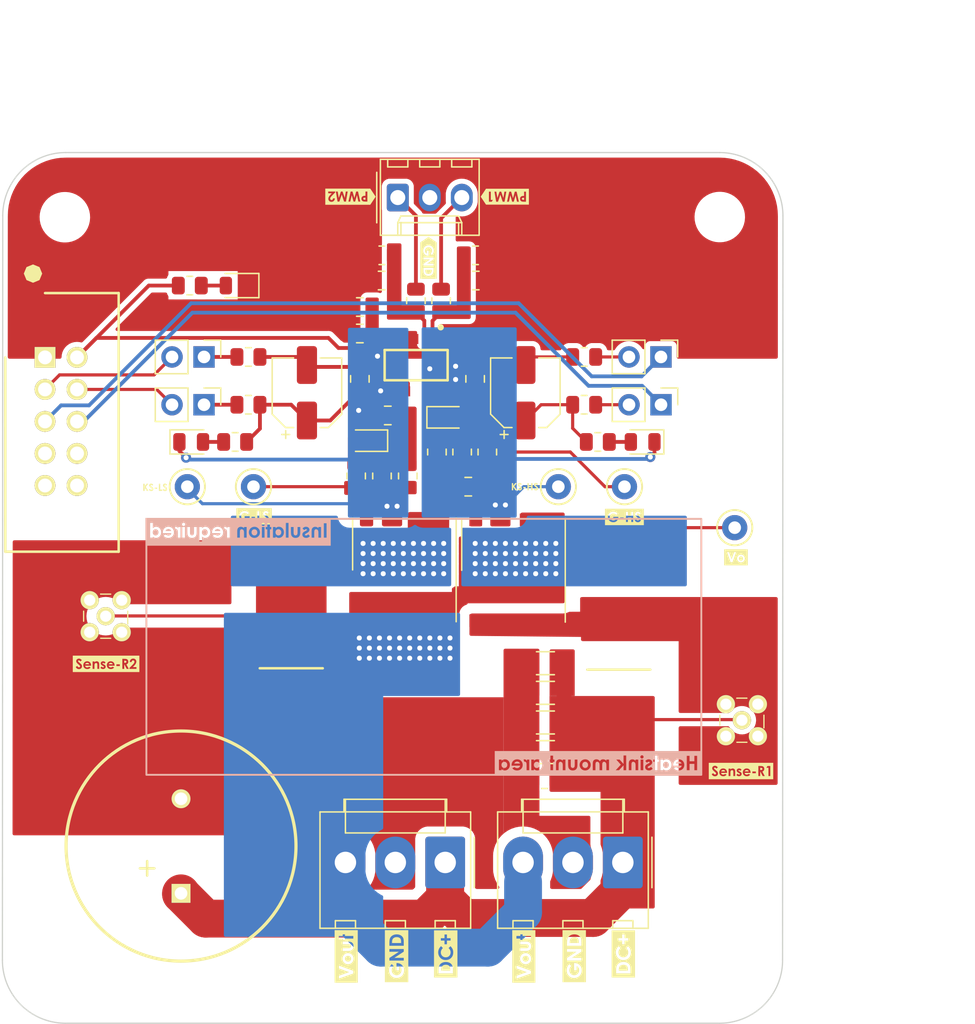
<source format=kicad_pcb>
(kicad_pcb (version 20211014) (generator pcbnew)
  (title_block (comment 4 "AISLER Project ID: ZPYPMIGU"))
  (layers (0 "F.Cu" mixed) (31 "B.Cu" mixed) (34 "B.Paste" user) (35 "F.Paste" user) (36 "B.SilkS" user "B.Silkscreen") (37 "F.SilkS" user "F.Silkscreen") (38 "B.Mask" user) (39 "F.Mask" user) (44 "Edge.Cuts" user))
  (net 0 "")
  (net 1 "GND")
  (net 2 "+3.3V")
  (net 3 "VCCA")
  (net 4 "VCCB")
  (net 5 "GND1")
  (net 6 "LED1")
  (net 7 "Net-(C5-Pad1)")
  (net 8 "Net-(C5-Pad2)")
  (net 9 "GND2")
  (net 10 "OUTA")
  (net 11 "GND3")
  (net 12 "Net-(D1-Pad2)")
  (net 13 "Net-(D2-Pad2)")
  (net 14 "Net-(D5-Pad2)")
  (net 15 "Net-(D6-Pad2)")
  (net 16 "Net-(D7-Pad2)")
  (net 17 "Net-(Q2-Pad8)")
  (net 18 "Net-(J2-Pad1)")
  (net 19 "Net-(J2-Pad3)")
  (net 20 "HVDC+")
  (net 21 "PWM1")
  (net 22 "PWM2")
  (net 23 "OUTB")
  (net 24 "gnd-1")
  (net 25 "LED2")
  (net 26 "gnd-2")
  (net 27 "Net-(C4-Pad2)")
  (net 28 "Net-(J1-Pad3)")
  (net 30 "Net-(J9-Pad2)")
  (net 31 "Net-(J10-Pad1)")
  (net 32 "Net-(FB1-Pad2)")
  (net 33 "Net-(FB2-Pad1)")
  (net 34 "Net-(FB3-Pad2)")
  (net 35 "Net-(FB4-Pad2)")
  (footprint "LED_SMD:LED_0805_2012Metric" (layer "F.Cu") (at 124.525 58.31 180)
    (fp_text reference "D5" hide)
    (fp_text value "LED")
  )
  (footprint "Connector_Molex:Molex_KK-254_AE-6410-03A_1x03_P2.54mm_Vertical" (layer "F.Cu") (at 137.235 51.33)
    (fp_text reference "J2" hide)
    (fp_text value "PWM")
  )
  (footprint "MountingHole:MountingHole_3.2mm_M3" (layer "F.Cu") (at 162.794466 52.874466)
    (fp_text reference "H3" hide)
    (fp_text value "MountingHole")
  )
  (footprint "kibuzzard-63FF1A06" (layer "F.Cu") (at 133.48 51.26 180)
    (fp_text reference "kibuzzard-63FF1A06" hide)
    (fp_text value "G***" hide)
  )
  (footprint "Resistor_SMD:R_0805_2012Metric" (layer "F.Cu") (at 143.405 55.91)
    (fp_text reference "R16" hide)
    (fp_text value "10k")
  )
  (footprint "Connector_PinHeader_2.54mm:PinHeader_1x02_P2.54mm_Vertical" (layer "F.Cu") (at 121.855 67.76 -90)
    (fp_text reference "J6" hide)
    (fp_text value "5V")
  )
  (footprint "EKXL451ELL101MM30S:CAPPRD750W80D1825H3200" (layer "F.Cu") (at 120.03 106.51 90)
    (fp_text reference "C10" hide)
    (fp_text value "100uF/450V" hide)
  )
  (footprint "Resistor_SMD:R_0805_2012Metric" (layer "F.Cu") (at 124.325 70.71)
    (fp_text reference "R12" hide)
    (fp_text value "4.7k")
  )
  (footprint "Capacitor_SMD:CP_Elec_5x5.3" (layer "F.Cu") (at 130.025 66.81 90)
    (fp_text reference "C16" hide)
    (fp_text value "10uF/35V")
  )
  (footprint "2EDF7275K:TFLGA65P500X500X106-14_13N-V" (layer "F.Cu") (at 138.6925 64.62 -90)
    (fp_text reference "IC1" hide)
    (fp_text value "2EDF7275KXUMA1")
  )
  (footprint "kibuzzard-63FF19FC" (layer "F.Cu") (at 145.73 51.26 180)
    (fp_text reference "kibuzzard-63FF19FC" hide)
    (fp_text value "G***" hide)
  )
  (footprint "Resistor_SMD:R_0805_2012Metric" (layer "F.Cu") (at 148.88 97.46 180)
    (fp_text reference "R8" hide)
    (fp_text value "500k")
  )
  (footprint "Capacitor_SMD:C_0805_2012Metric" (layer "F.Cu") (at 134.225 62.11)
    (fp_text reference "C1" hide)
    (fp_text value "100nF")
  )
  (footprint "Capacitor_SMD:C_1206_3216Metric" (layer "F.Cu") (at 148.955 88.26 180)
    (fp_text reference "C9" hide)
    (fp_text value "100nF/450V")
  )
  (footprint "TestPoint:TestPoint_Keystone_5000-5004_Miniature" (layer "F.Cu") (at 149.98 74.26)
    (fp_text reference "TP5" hide)
    (fp_text value "TestPoint_Alt")
  )
  (footprint "MMCX-J-P-H-ST-TH1:MMCXJPHSTTH1" (layer "F.Cu") (at 163.28 91.51)
    (fp_text reference "J9" hide)
    (fp_text value "MMCX-J-P-H-ST-TH1" hide)
  )
  (footprint "Resistor_SMD:R_0805_2012Metric" (layer "F.Cu") (at 125.38 63.97)
    (fp_text reference "FB2" hide)
    (fp_text value "fb")
  )
  (footprint "Resistor_SMD:R_0805_2012Metric" (layer "F.Cu") (at 138.675 59.51 -90)
    (fp_text reference "R13" hide)
    (fp_text value "100")
  )
  (footprint "Resistor_SMD:R_0805_2012Metric" (layer "F.Cu") (at 138.03 73.41 -90)
    (fp_text reference "R1" hide)
    (fp_text value "470")
  )
  (footprint "Resistor_SMD:R_0805_2012Metric" (layer "F.Cu") (at 140.3425 71.51 -90)
    (fp_text reference "R3" hide)
    (fp_text value "470")
  )
  (footprint "Capacitor_SMD:C_1206_3216Metric" (layer "F.Cu") (at 148.955 90.61 180)
    (fp_text reference "C8" hide)
    (fp_text value "100nF/450V")
  )
  (footprint "LED_SMD:LED_0805_2012Metric" (layer "F.Cu") (at 156.6725 70.71 180)
    (fp_text reference "D6" hide)
    (fp_text value "LED")
  )
  (footprint "TestPoint:TestPoint_Keystone_5000-5004_Miniature" (layer "F.Cu") (at 163.98 77.51)
    (fp_text reference "TP4" hide)
    (fp_text value "TestPoint_Alt")
  )
  (footprint "Resistor_SMD:R_0805_2012Metric" (layer "F.Cu") (at 120.725 58.31 180)
    (fp_text reference "R10" hide)
    (fp_text value "4.7k")
  )
  (footprint "kibuzzard-63EE9059" (layer "F.Cu") (at 151.24 111.494071 90)
    (fp_text reference "kibuzzard-63EE9059" hide)
    (fp_text value "G***" hide)
  )
  (footprint "Package_SON:Infineon_PG-LSON-8-1" (layer "F.Cu") (at 146.42 80.89 90)
    (fp_text reference "Q1" hide)
    (fp_text value "IGLD60R190D1")
  )
  (footprint "Resistor_SMD:R_0805_2012Metric" (layer "F.Cu") (at 142.3425 71.51 -90)
    (fp_text reference "R2" hide)
    (fp_text value "10")
  )
  (footprint "Connector_PinHeader_2.54mm:PinHeader_1x02_P2.54mm_Vertical" (layer "F.Cu") (at 121.855 63.97 -90)
    (fp_text reference "J7" hide)
    (fp_text value "GND")
  )
  (footprint "Resistor_SMD:R_0805_2012Metric" (layer "F.Cu") (at 144.3425 71.51 -90)
    (fp_text reference "R5" hide)
    (fp_text value "5.1")
  )
  (footprint "Capacitor_SMD:C_0805_2012Metric" (layer "F.Cu") (at 143.425 57.91 180)
    (fp_text reference "C14" hide)
    (fp_text value "100nF")
  )
  (footprint "61201021621:SHDR10W64P254_2X5_2036X885X925P" (layer "F.Cu") (at 109.235 64.005 -90)
    (fp_text reference "J4" hide)
    (fp_text value "Conn_02x05_Odd_Even" hide)
  )
  (footprint "Resistor_SMD:R_0805_2012Metric" (layer "F.Cu") (at 152.03 63.97)
    (fp_text reference "FB1" hide)
    (fp_text value "fb")
  )
  (footprint "Resistor_SMD:R_0805_2012Metric" (layer "F.Cu") (at 152.03 67.76)
    (fp_text reference "FB4" hide)
    (fp_text value "fb")
  )
  (footprint "Resistor_SMD:R_0805_2012Metric" (layer "F.Cu") (at 135.98 73.41 -90)
    (fp_text reference "R4" hide)
    (fp_text value "10")
  )
  (footprint "Resistor_SMD:R_0805_2012Metric" (layer "F.Cu") (at 153.1125 70.71 180)
    (fp_text reference "R11" hide)
    (fp_text value "4.7k")
  )
  (footprint "Capacitor_SMD:C_0805_2012Metric" (layer "F.Cu") (at 135.955 57.91)
    (fp_text reference "C13" hide)
    (fp_text value "100nF")
  )
  (footprint "kibuzzard-63FF1A39" (layer "F.Cu") (at 114.08 88.31)
    (fp_text reference "kibuzzard-63FF1A39" hide)
    (fp_text value "G***" hide)
  )
  (footprint "kibuzzard-63FF1AED" (layer "F.Cu") (at 117.98 74.31)
    (fp_text reference "kibuzzard-63FF1AED" hide)
    (fp_text value "G***" hide)
  )
  (footprint "kibuzzard-63EDDA14" (layer "F.Cu") (at 108.28 57.36)
    (fp_text reference "kibuzzard-63EDDA14" hide)
    (fp_text value "G***" hide)
  )
  (footprint "Connector_PinHeader_2.54mm:PinHeader_1x02_P2.54mm_Vertical" (layer "F.Cu") (at 158.13 67.76 -90)
    (fp_text reference "J5" hide)
    (fp_text value "5V")
  )
  (footprint "Capacitor_SMD:C_0805_2012Metric" (layer "F.Cu") (at 142.83 74.26 180)
    (fp_text reference "C5" hide)
    (fp_text value "2.2nF")
  )
  (footprint "kibuzzard-63EE9044" (layer "F.Cu") (at 155.14 111.315 90)
    (fp_text reference "kibuzzard-63EE9044" hide)
    (fp_text value "G***" hide)
  )
  (footprint "kibuzzard-63EE9044" (layer "F.Cu") (at 141.04 111.315 90)
    (fp_text reference "kibuzzard-63EE9044" hide)
    (fp_text value "G***" hide)
  )
  (footprint "footprint:RESC10052X50N" (layer "F.Cu") (at 128.78 88.66 -90)
    (fp_text reference "R9" hide)
    (fp_text value "WSLP3921L1000FEA" hide)
  )
  (footprint "MountingHole:MountingHole_3.2mm_M3" (layer "F.Cu") (at 110.808932 52.888932)
    (fp_text reference "H4" hide)
    (fp_text value "MountingHole")
  )
  (footprint "Package_SON:Infineon_PG-LSON-8-1" (layer "F.Cu") (at 137.76 80.86 90)
    (fp_text reference "Q2" hide)
    (fp_text value "IGLD60R190D1")
  )
  (footprint "Diode_SMD:D_SOD-323" (layer "F.Cu") (at 134.93 70.61 180)
    (fp_text reference "D2" hide)
    (fp_text value "BAT165")
  )
  (footprint "Capacitor_SMD:C_0805_2012Metric" (layer "F.Cu") (at 136.4425 68.61 180)
    (fp_text reference "C4" hide)
    (fp_text value "2.2nF")
  )
  (footprint "Connector_Molex:Molex_KK-396_A-41791-0003_1x03_P3.96mm_Vertical" (layer "F.Cu") (at 141 104.06 180)
    (fp_text reference "J3" hide)
    (fp_text value "HVDC")
  )
  (footprint "kibuzzard-63EDD5C6" (layer "F.Cu") (at 125.83 76.61)
    (fp_text reference "kibuzzard-63EDD5C6" hide)
    (fp_text value "G***" hide)
  )
  (footprint "Resistor_SMD:R_0805_2012Metric" (layer "F.Cu") (at 140.675 59.51 -90)
    (fp_text reference "R14" hide)
    (fp_text value "100")
  )
  (footprint "TestPoint:TestPoint_Keystone_5000-5004_Miniature" (layer "F.Cu") (at 125.78 74.26)
    (fp_text reference "TP2" hide)
    (fp_text value "TestPoint_Alt")
  )
  (footprint "MMCX-J-P-H-ST-TH1:MMCXJPHSTTH1" (layer "F.Cu") (at 112.78 83.26)
    (fp_text reference "J10" hide)
    (fp_text value "MMCX-J-P-H-ST-TH1" hide)
  )
  (footprint "kibuzzard-63EDD756" (layer "F.Cu") (at 164.08 79.86)
    (fp_text reference "kibuzzard-63EDD756" hide)
    (fp_text value "G***" hide)
  )
  (footprint "LED_SMD:LED_0805_2012Metric" (layer "F.Cu") (at 120.8375 70.71)
    (fp_text reference "D7" hide)
    (fp_text value "LED")
  )
  (footprint "kibuzzard-63FF19DB" (layer "F.Cu") (at 139.675 56.11 -90)
    (fp_text reference "kibuzzard-63FF19DB" hide)
    (fp_text value "G***" hide)
  )
  (footprint "Resistor_SMD:R_0805_2012Metric" (layer "F.Cu") (at 135.975 55.91 180)
    (fp_text reference "R15" hide)
    (fp_text value "10k")
  )
  (footprint "TestPoint:TestPoint_Keystone_5000-5004_Miniature" (layer "F.Cu") (at 155.23 74.26)
    (fp_text reference "TP1" hide)
    (fp_text value "TestPoint_Alt")
  )
  (footprint "kibuzzard-63EE9091" (layer "F.Cu") (at 133.14 111.515 90)
    (fp_text reference "kibuzzard-63EE9091" hide)
    (fp_text value "G***" hide)
  )
  (footprint "kibuzzard-63EDD5E0" (layer "F.Cu") (at 155.225 76.66)
    (fp_text reference "kibuzzard-63EDD5E0" hide)
    (fp_text value "G***" hide)
  )
  (footprint "Capacitor_SMD:C_1206_3216Metric" (layer "F.Cu") (at 148.955 95.31 180)
    (fp_text reference "C7" hide)
    (fp_text value "100nF/450V")
  )
  (footprint "kibuzzard-63EDD791" (layer "F.Cu") (at 164.48 96.81)
    (fp_text reference "kibuzzard-63EDD791" hide)
    (fp_text value "G***" hide)
  )
  (footprint "footprint:RESC10052X50N" (layer "F.Cu") (at 154.78 88.77 -90)
    (fp_text reference "R7" hide)
    (fp_text value "WSLP3921L1000FEA" hide)
  )
  (footprint "kibuzzard-63EE9091" (layer "F.Cu") (at 147.24 111.515 90)
    (fp_text reference "kibuzzard-63EE9091" hide)
    (fp_text value "G***" hide)
  )
  (footprint "Diode_SMD:D_SOD-323" (layer "F.Cu") (at 141.0475 68.76)
    (fp_text reference "D1" hide)
    (fp_text value "BAT165")
  )
  (footprint "Connector_Molex:Molex_KK-396_A-41791-0003_1x03_P3.96mm_Vertical" (layer "F.Cu") (at 155.1 104.06 180)
    (fp_text reference "J1" hide)
    (fp_text value "HVDC")
  )
  (footprint "kibuzzard-63FF1AF8" (layer "F.Cu") (at 147.33 74.26)
    (fp_text reference "kibuzzard-63FF1AF8" hide)
    (fp_text value "G***" hide)
  )
  (footprint "MountingHole:MountingHole_3.2mm_M3" (layer "F.Cu") (at 162.78 111.81)
    (fp_text reference "H1" hide)
    (fp_text value "MountingHole")
  )
  (footprint "Capacitor_SMD:C_0805_2012Metric" (layer "F.Cu") (at 134.225 65.71 -90)
    (fp_text reference "C3" hide)
    (fp_text value "1uF")
  )
  (footprint "Capacitor_SMD:C_0805_2012Metric" (layer "F.Cu") (at 134.225 60.01)
    (fp_text reference "C11" hide)
    (fp_text value "100nF")
  )
  (footprint "Connector_PinHeader_2.54mm:PinHeader_1x02_P2.54mm_Vertical" (layer "F.Cu") (at 158.125 63.97 -90)
    (fp_text reference "J8" hide)
    (fp_text value "GND")
  )
  (footprint "kibuzzard-63EE9059" (layer "F.Cu") (at 137.14 111.494071 90)
    (fp_text reference "kibuzzard-63EE9059" hide)
    (fp_text value "G***" hide)
  )
  (footprint "Resistor_SMD:R_0805_2012Metric" (layer "F.Cu") (at 125.38 67.76 180)
    (fp_text reference "FB3" hide)
    (fp_text value "fb")
  )
  (footprint "Capacitor_SMD:C_0805_2012Metric" (layer "F.Cu") (at 143.375 65.71 -90)
    (fp_text reference "C2" hide)
    (fp_text value "1uF")
  )
  (footprint "TestPoint:TestPoint_Keystone_5000-5004_Miniature" (layer "F.Cu") (at 120.53 74.26)
    (fp_text reference "TP3" hide)
    (fp_text value "TestPoint_Alt")
  )
  (footprint "Capacitor_SMD:CP_Elec_5x5.3" (layer "F.Cu") (at 147.3625 66.81 90)
    (fp_text reference "C15" hide)
    (fp_text value "10uF/35V")
  )
  (footprint "MountingHole:MountingHole_3.2mm_M3" (layer "F.Cu") (at 110.88 111.81)
    (fp_text reference "H2" hide)
    (fp_text value "MountingHole")
  )
  (footprint "Capacitor_SMD:C_1206_3216Metric" (layer "F.Cu") (at 148.955 92.96 180)
    (fp_text reference "C6" hide)
    (fp_text value "100nF/450V")
  )
  (footprint "Resistor_SMD:R_0805_2012Metric" (layer "F.Cu") (at 133.93 73.41 -90)
    (fp_text reference "R6" hide)
    (fp_text value "5.1")
  )
  (footprint "kibuzzard-63FF27E9" (layer "B.Cu") (at 153.13 96.16 180)
    (fp_text reference "kibuzzard-63FF27E9" hide)
    (fp_text value "G***" hide)
  )
  (footprint "kibuzzard-63FF2952" (layer "B.Cu") (at 124.58 77.86 180)
    (fp_text reference "kibuzzard-63FF2952" hide)
    (fp_text value "G***" hide)
  )
  (gr_rect (start 117.28 97.11) (end 161.33 76.81) (layer "B.SilkS") (width 0.15) (fill none))
  (gr_line (start 167.78 111.81) (end 167.808932 52.774466) (layer "Edge.Cuts") (width 0.1))
  (gr_line (start 110.88 47.76) (end 162.794466 47.76) (layer "Edge.Cuts") (width 0.1))
  (gr_line (start 105.88 52.76) (end 105.851068 111.81) (layer "Edge.Cuts") (width 0.1))
  (gr_arc (start 110.851068 116.81) (mid 107.315524 115.345544) (end 105.851068 111.81) (layer "Edge.Cuts") (width 0.1))
  (gr_arc (start 105.88 52.76) (mid 107.344466 49.224466) (end 110.88 47.76) (layer "Edge.Cuts") (width 0.1))
  (gr_line (start 110.851068 116.81) (end 162.78 116.81) (layer "Edge.Cuts") (width 0.1))
  (gr_arc (start 167.78 111.81) (mid 166.315544 115.345544) (end 162.78 116.81) (layer "Edge.Cuts") (width 0.1))
  (gr_arc (start 162.794466 47.76) (mid 166.336031 49.232921) (end 167.808932 52.774466) (layer "Edge.Cuts") (width 0.1))
  (gr_text "+" (at 117.34 104.415) (layer "F.SilkS") (effects (font (size 1.5 1.5) (thickness 0.2))))
  (segment (start 132.53 63.26) (end 131.73 62.46) (width 0.3) (layer "F.Cu") (net 2))
  (segment (start 119.8125 58.31) (end 117.47 58.31) (width 0.3) (layer "F.Cu") (net 2))
  (segment (start 135.175 62.11) (end 134.025 63.26) (width 0.3) (layer "F.Cu") (net 2))
  (segment (start 131.73 62.46) (end 113.32 62.46) (width 0.3) (layer "F.Cu") (net 2))
  (segment (start 134.025 63.26) (end 132.53 63.26) (width 0.3) (layer "F.Cu") (net 2))
  (segment (start 117.47 58.31) (end 111.775 64.005) (width 0.3) (layer "F.Cu") (net 2))
  (segment (start 113.32 62.46) (end 111.775 64.005) (width 0.3) (layer "F.Cu") (net 2))
  (segment (start 120.93 60.46) (end 146.58 60.46) (width 0.3) (layer "B.Cu") (net 3))
  (segment (start 152.38 66.26) (end 156.63 66.26) (width 0.3) (layer "B.Cu") (net 3))
  (segment (start 111.775 69.085) (end 112.305 69.085) (width 0.3) (layer "B.Cu") (net 3))
  (segment (start 112.305 69.085) (end 120.93 60.46) (width 0.3) (layer "B.Cu") (net 3))
  (segment (start 146.58 60.46) (end 152.38 66.26) (width 0.3) (layer "B.Cu") (net 3))
  (segment (start 156.63 66.26) (end 158.13 67.76) (width 0.3) (layer "B.Cu") (net 3))
  (segment (start 111.775 66.545) (end 118.1 66.545) (width 0.25) (layer "F.Cu") (net 4))
  (segment (start 118.1 66.545) (end 119.315 67.76) (width 0.25) (layer "F.Cu") (net 4))
  (segment (start 112.73 67.81) (end 120.83 59.71) (width 0.3) (layer "B.Cu") (net 5))
  (segment (start 120.83 59.71) (end 146.83 59.71) (width 0.3) (layer "B.Cu") (net 5))
  (segment (start 156.585 65.51) (end 158.125 63.97) (width 0.3) (layer "B.Cu") (net 5))
  (segment (start 109.235 69.085) (end 110.51 67.81) (width 0.3) (layer "B.Cu") (net 5))
  (segment (start 152.63 65.51) (end 156.585 65.51) (width 0.3) (layer "B.Cu") (net 5))
  (segment (start 110.51 67.81) (end 112.73 67.81) (width 0.3) (layer "B.Cu") (net 5))
  (segment (start 146.83 59.71) (end 152.63 65.51) (width 0.3) (layer "B.Cu") (net 5))
  (segment (start 151.1175 67.76) (end 151.1175 69.6275) (width 0.25) (layer "F.Cu") (net 6))
  (segment (start 148.6125 67.76) (end 147.3625 69.01) (width 0.25) (layer "F.Cu") (net 6))
  (segment (start 145.0125 66.66) (end 147.3625 69.01) (width 0.3) (layer "F.Cu") (net 6))
  (segment (start 143.34 66.695) (end 140.6425 66.695) (width 0.3) (layer "F.Cu") (net 6))
  (segment (start 143.375 66.66) (end 145.0125 66.66) (width 0.3) (layer "F.Cu") (net 6))
  (segment (start 151.1175 67.76) (end 148.6125 67.76) (width 0.25) (layer "F.Cu") (net 6))
  (segment (start 143.375 66.66) (end 143.34 66.695) (width 0.3) (layer "F.Cu") (net 6))
  (segment (start 151.1175 69.6275) (end 152.2 70.71) (width 0.25) (layer "F.Cu") (net 6))
  (segment (start 155.23 74.26) (end 153.68 74.26) (width 0.25) (layer "F.Cu") (net 8))
  (segment (start 153.68 74.26) (end 150.93 71.51) (width 0.25) (layer "F.Cu") (net 8))
  (segment (start 150.93 71.51) (end 141.255 71.51) (width 0.25) (layer "F.Cu") (net 8))
  (segment (start 141.255 71.51) (end 140.3425 72.4225) (width 0.25) (layer "F.Cu") (net 8))
  (segment (start 109.235 66.545) (end 110.385 65.395) (width 0.25) (layer "F.Cu") (net 9))
  (segment (start 117.89 65.395) (end 119.315 63.97) (width 0.25) (layer "F.Cu") (net 9))
  (segment (start 110.385 65.395) (end 117.89 65.395) (width 0.25) (layer "F.Cu") (net 9))
  (segment (start 139.9925 68.755) (end 139.9975 68.76) (width 0.3) (layer "F.Cu") (net 10))
  (segment (start 139.9925 66.695) (end 139.9925 68.755) (width 0.3) (layer "F.Cu") (net 10))
  (segment (start 121.6375 58.31) (end 123.5875 58.31) (width 0.3) (layer "F.Cu") (net 14))
  (segment (start 154.025 70.71) (end 155.735 70.71) (width 0.3) (layer "F.Cu") (net 15))
  (segment (start 123.4125 70.71) (end 121.775 70.71) (width 0.3) (layer "F.Cu") (net 16))
  (segment (start 133.8675 74.26) (end 125.78 74.26) (width 0.25) (layer "F.Cu") (net 17))
  (segment (start 133.93 74.3225) (end 133.8675 74.26) (width 0.25) (layer "F.Cu") (net 17))
  (segment (start 138.675 52.77) (end 138.675 58.5975) (width 0.3) (layer "F.Cu") (net 18))
  (segment (start 137.235 51.33) (end 138.675 52.77) (width 0.3) (layer "F.Cu") (net 18))
  (segment (start 140.675 52.97) (end 140.675 58.5975) (width 0.3) (layer "F.Cu") (net 19))
  (segment (start 142.315 51.33) (end 140.675 52.97) (width 0.3) (layer "F.Cu") (net 19))
  (segment (start 139.39 108.515) (end 141 106.905) (width 3) (layer "F.Cu") (net 20))
  (segment (start 155.1 106.105) (end 155.1 104.06) (width 3) (layer "F.Cu") (net 20))
  (segment (start 164.502 92.732) (end 154.968 92.732) (width 0.25) (layer "F.Cu") (net 20))
  (segment (start 164.55 92.78) (end 164.502 92.732) (width 0.25) (layer "F.Cu") (net 20))
  (segment (start 141 104.06) (end 141 106.975) (width 3) (layer "F.Cu") (net 20))
  (segment (start 152.74 108.465) (end 155.1 106.105) (width 3) (layer "F.Cu") (net 20))
  (segment (start 141 106.975) (end 142.49 108.465) (width 3) (layer "F.Cu") (net 20))
  (segment (start 121.985 108.515) (end 120.03 106.56) (width 3) (layer "F.Cu") (net 20))
  (segment (start 142.49 108.465) (end 152.74 108.465) (width 3) (layer "F.Cu") (net 20))
  (segment (start 120.03 106.56) (end 120.03 106.51) (width 3) (layer "F.Cu") (net 20))
  (segment (start 141 106.905) (end 141 104.06) (width 3) (layer "F.Cu") (net 20))
  (segment (start 121.985 108.515) (end 139.39 108.515) (width 3) (layer "F.Cu") (net 20))
  (segment (start 154.968 92.732) (end 154.78 92.92) (width 0.25) (layer "F.Cu") (net 20))
  (segment (start 139.9925 61.105) (end 140.675 60.4225) (width 0.3) (layer "F.Cu") (net 21))
  (segment (start 139.9925 62.545) (end 139.9925 61.105) (width 0.3) (layer "F.Cu") (net 21))
  (segment (start 139.3425 61.09) (end 138.675 60.4225) (width 0.3) (layer "F.Cu") (net 22))
  (segment (start 139.3425 62.545) (end 139.3425 61.09) (width 0.3) (layer "F.Cu") (net 22))
  (segment (start 137.3925 66.695) (end 137.3925 68.61) (width 0.3) (layer "F.Cu") (net 23))
  (segment (start 139.775 64.91) (end 139.3425 65.3425) (width 0.25) (layer "F.Cu") (net 24))
  (segment (start 141.875 64.76) (end 143.875 64.76) (width 0.25) (layer "F.Cu") (net 24))
  (segment (start 151.1175 63.97) (end 148.0025 63.97) (width 0.25) (layer "F.Cu") (net 24))
  (segment (start 144.025 64.61) (end 147.3625 64.61) (width 0.25) (layer "F.Cu") (net 24))
  (segment (start 141.825 64.71) (end 141.875 64.76) (width 0.25) (layer "F.Cu") (net 24))
  (segment (start 157.28 71.91) (end 157.61 71.58) (width 0.3) (layer "F.Cu") (net 24))
  (segment (start 147.315 63.74) (end 147.375 63.68) (width 0.25) (layer "F.Cu") (net 24))
  (segment (start 139.3425 65.3425) (end 139.3425 66.695) (width 0.25) (layer "F.Cu") (net 24))
  (segment (start 157.61 71.58) (end 157.61 70.71) (width 0.3) (layer "F.Cu") (net 24))
  (segment (start 141.625 64.91) (end 139.775 64.91) (width 0.3) (layer "F.Cu") (net 24))
  (segment (start 148.0025 63.97) (end 147.3625 64.61) (width 0.25) (layer "F.Cu") (net 24))
  (segment (start 141.825 64.71) (end 141.825 65.76) (width 0.3) (layer "F.Cu") (net 24))
  (segment (start 141.825 64.71) (end 141.625 64.91) (width 0.3) (layer "F.Cu") (net 24))
  (segment (start 143.875 64.76) (end 144.025 64.61) (width 0.25) (layer "F.Cu") (net 24))
  (via (at 145.78 75.71) (size 0.8) (drill 0.4) (layers "F.Cu" "B.Cu") (net 24))
  (via (at 144.98 75.71) (size 0.8) (drill 0.4) (layers "F.Cu" "B.Cu") (net 24))
  (via (at 139.775 64.91) (size 0.8) (drill 0.4) (layers "F.Cu" "B.Cu") (net 24))
  (via (at 141.825 64.71) (size 0.8) (drill 0.4) (layers "F.Cu" "B.Cu") (net 24))
  (via (at 141.825 65.76) (size 0.8) (drill 0.4) (layers "F.Cu" "B.Cu") (net 24))
  (via (at 157.28 71.91) (size 0.8) (drill 0.4) (layers "F.Cu" "B.Cu") (net 24))
  (segment (start 147.23 74.26) (end 145.78 75.71) (width 0.25) (layer "B.Cu") (net 24))
  (segment (start 149.98 74.26) (end 147.23 74.26) (width 0.25) (layer "B.Cu") (net 24))
  (segment (start 157.13 72.06) (end 146.13 72.06) (width 0.3) (layer "B.Cu") (net 24))
  (segment (start 149.98 74.16) (end 149.98 74.26) (width 0.25) (layer "B.Cu") (net 24))
  (segment (start 157.28 71.91) (end 157.13 72.06) (width 0.3) (layer "B.Cu") (net 24))
  (segment (start 126.2925 69.655) (end 125.2375 70.71) (width 0.3) (layer "F.Cu") (net 25))
  (segment (start 128.775 67.76) (end 130.025 69.01) (width 0.3) (layer "F.Cu") (net 25))
  (segment (start 138.0425 66.07) (end 138.0425 66.695) (width 0.3) (layer "F.Cu") (net 25))
  (segment (start 126.2925 67.76) (end 126.2925 69.655) (width 0.3) (layer "F.Cu") (net 25))
  (segment (start 130.025 69.01) (end 131.875 69.01) (width 0.3) (layer "F.Cu") (net 25))
  (segment (start 134.225 66.66) (end 134.975 65.91) (width 0.3) (layer "F.Cu") (net 25))
  (segment (start 134.975 65.91) (end 137.8825 65.91) (width 0.3) (layer "F.Cu") (net 25))
  (segment (start 137.8825 65.91) (end 138.0425 66.07) (width 0.3) (layer "F.Cu") (net 25))
  (segment (start 126.2925 67.76) (end 128.775 67.76) (width 0.3) (layer "F.Cu") (net 25))
  (segment (start 131.875 69.01) (end 134.225 66.66) (width 0.3) (layer "F.Cu") (net 25))
  (segment (start 129.385 63.97) (end 130.025 64.61) (width 0.3) (layer "F.Cu") (net 26))
  (segment (start 134.225 64.76) (end 130.175 64.76) (width 0.3) (layer "F.Cu") (net 26))
  (segment (start 135.798528 66.66) (end 135.875 66.66) (width 0.3) (layer "F.Cu") (net 26))
  (segment (start 134.225 64.76) (end 134.775 64.76) (width 0.3) (layer "F.Cu") (net 26))
  (segment (start 135.875 66.66) (end 135.91 66.695) (width 0.25) (layer "F.Cu") (net 26))
  (segment (start 134.13 68.21) (end 134.248528 68.21) (width 0.3) (layer "F.Cu") (net 26))
  (segment (start 119.9 71.43) (end 119.9 70.71) (width 0.3) (layer "F.Cu") (net 26))
  (segment (start 130.175 64.76) (end 130.025 64.61) (width 0.3) (layer "F.Cu") (net 26))
  (segment (start 126.2925 63.97) (end 129.385 63.97) (width 0.3) (layer "F.Cu") (net 26))
  (segment (start 134.775 64.76) (end 135.625 63.91) (width 0.3) (layer "F.Cu") (net 26))
  (segment (start 134.248528 68.21) (end 135.798528 66.66) (width 0.3) (layer "F.Cu") (net 26))
  (segment (start 135.91 66.695) (end 136.7425 66.695) (width 0.25) (layer "F.Cu") (net 26))
  (segment (start 120.43 71.96) (end 119.9 71.43) (width 0.3) (layer "F.Cu") (net 26))
  (via (at 135.625 63.91) (size 0.8) (drill 0.4) (layers "F.Cu" "B.Cu") (net 26))
  (via (at 136.38 75.81) (size 0.8) (drill 0.4) (layers "F.Cu" "B.Cu") (net 26))
  (via (at 134.13 68.21) (size 0.8) (drill 0.4) (layers "F.Cu" "B.Cu") (net 26))
  (via (at 120.43 71.96) (size 0.8) (drill 0.4) (layers "F.Cu" "B.Cu") (net 26))
  (via (at 135.875 66.66) (size 0.8) (drill 0.4) (layers "F.Cu" "B.Cu") (net 26))
  (via (at 137.18 75.81) (size 0.8) (drill 0.4) (layers "F.Cu" "B.Cu") (net 26))
  (segment (start 120.53 74.41) (end 121.73 75.61) (width 0.25) (layer "B.Cu") (net 26))
  (segment (start 133.68 72.11) (end 133.73 72.06) (width 0.3) (layer "B.Cu") (net 26))
  (segment (start 136.18 75.61) (end 136.38 75.81) (width 0.25) (layer "B.Cu") (net 26))
  (segment (start 120.43 71.96) (end 120.58 72.11) (width 0.3) (layer "B.Cu") (net 26))
  (segment (start 121.73 75.61) (end 136.18 75.61) (width 0.25) (layer "B.Cu") (net 26))
  (segment (start 120.58 72.11) (end 133.68 72.11) (width 0.3) (layer "B.Cu") (net 26))
  (segment (start 163.98 77.51) (end 149.78 77.51) (width 0.25) (layer "F.Cu") (net 28))
  (via (at 148.18 79.56) (size 0.8) (drill 0.4) (layers "F.Cu" "B.Cu") (net 28))
  (via (at 148.98 79.56) (size 0.8) (drill 0.4) (layers "F.Cu" "B.Cu") (net 28))
  (via (at 134.98 87.86) (size 0.8) (drill 0.4) (layers "F.Cu" "B.Cu") (net 28))
  (via (at 144.18 80.36) (size 0.8) (drill 0.4) (layers "F.Cu" "B.Cu") (net 28))
  (via (at 134.98 87.06) (size 0.8) (drill 0.4) (layers "F.Cu" "B.Cu") (net 28))
  (via (at 147.38 79.56) (size 0.8) (drill 0.4) (layers "F.Cu" "B.Cu") (net 28))
  (via (at 148.98 80.36) (size 0.8) (drill 0.4) (layers "F.Cu" "B.Cu") (net 28))
  (via (at 145.78 79.56) (size 0.8) (drill 0.4) (layers "F.Cu" "B.Cu") (net 28))
  (via (at 143.38 81.16) (size 0.8) (drill 0.4) (layers "F.Cu" "B.Cu") (net 28))
  (via (at 145.78 80.36) (size 0.8) (drill 0.4) (layers "F.Cu" "B.Cu") (net 28))
  (via (at 138.18 86.26) (size 0.8) (drill 0.4) (layers "F.Cu" "B.Cu") (net 28))
  (via (at 149.78 80.36) (size 0.8) (drill 0.4) (layers "F.Cu" "B.Cu") (net 28))
  (via (at 136.58 86.26) (size 0.8) (drill 0.4) (layers "F.Cu" "B.Cu") (net 28))
  (via (at 147.38 78.76) (size 0.8) (drill 0.4) (layers "F.Cu" "B.Cu") (net 28))
  (via (at 140.58 87.86) (size 0.8) (drill 0.4) (layers "F.Cu" "B.Cu") (net 28))
  (via (at 140.58 87.06) (size 0.8) (drill 0.4) (layers "F.Cu" "B.Cu") (net 28))
  (via (at 143.38 79.56) (size 0.8) (drill 0.4) (layers "F.Cu" "B.Cu") (net 28))
  (via (at 138.98 87.86) (size 0.8) (drill 0.4) (layers "F.Cu" "B.Cu") (net 28))
  (via (at 140.58 86.26) (size 0.8) (drill 0.4) (layers "F.Cu" "B.Cu") (net 28))
  (via (at 143.38 78.76) (size 0.8) (drill 0.4) (layers "F.Cu" "B.Cu") (net 28))
  (via (at 136.58 87.86) (size 0.8) (drill 0.4) (layers "F.Cu" "B.Cu") (net 28))
  (via (at 143.38 80.36) (size 0.8) (drill 0.4) (layers "F.Cu" "B.Cu") (net 28))
  (via (at 137.38 87.86) (size 0.8) (drill 0.4) (layers "F.Cu" "B.Cu") (net 28))
  (via (at 138.18 87.86) (size 0.8) (drill 0.4) (layers "F.Cu" "B.Cu") (net 28))
  (via (at 149.78 81.16) (size 0.8) (drill 0.4) (layers "F.Cu" "B.Cu") (net 28))
  (via (at 145.78 78.76) (size 0.8) (drill 0.4) (layers "F.Cu" "B.Cu") (net 28))
  (via (at 138.98 87.06) (size 0.8) (drill 0.4) (layers "F.Cu" "B.Cu") (net 28))
  (via (at 147.38 80.36) (size 0.8) (drill 0.4) (layers "F.Cu" "B.Cu") (net 28))
  (via (at 134.18 86.26) (size 0.8) (drill 0.4) (layers "F.Cu" "B.Cu") (net 28))
  (via (at 148.18 78.76) (size 0.8) (drill 0.4) (layers "F.Cu" "B.Cu") (net 28))
  (via (at 149.78 79.56) (size 0.8) (drill 0.4) (layers "F.Cu" "B.Cu") (net 28))
  (via (at 137.38 87.06) (size 0.8) (drill 0.4) (layers "F.Cu" "B.Cu") (net 28))
  (via (at 141.38 87.86) (size 0.8) (drill 0.4) (layers "F.Cu" "B.Cu") (net 28))
  (via (at 139.78 87.06) (size 0.8) (drill 0.4) (layers "F.Cu" "B.Cu") (net 28))
  (via (at 148.18 81.16) (size 0.8) (drill 0.4) (layers "F.Cu" "B.Cu") (net 28))
  (via (at 147.38 81.16) (size 0.8) (drill 0.4) (layers "F.Cu" "B.Cu") (net 28))
  (via (at 139.78 87.86) (size 0.8) (drill 0.4) (layers "F.Cu" "B.Cu") (net 28))
  (via (at 135.78 86.26) (size 0.8) (drill 0.4) (layers "F.Cu" "B.Cu") (net 28))
  (via (at 146.58 79.56) (size 0.8) (drill 0.4) (layers "F.Cu" "B.Cu") (net 28))
  (via (at 135.78 87.86) (size 0.8) (drill 0.4) (layers "F.Cu" "B.Cu") (net 28))
  (via (at 146.58 80.36) (size 0.8) (drill 0.4) (layers "F.Cu" "B.Cu") (net 28))
  (via (at 144.98 80.36) (size 0.8) (drill 0.4) (layers "F.Cu" "B.Cu") (net 28))
  (via (at 144.98 81.16) (size 0.8) (drill 0.4) (layers "F.Cu" "B.Cu") (net 28))
  (via (at 141.38 86.26) (size 0.8) (drill 0.4) (layers "F.Cu" "B.Cu") (net 28))
  (via (at 138.98 86.26) (size 0.8) (drill 0.4) (layers "F.Cu" "B.Cu") (net 28))
  (via (at 144.18 79.56) (size 0.8) (drill 0.4) (layers "F.Cu" "B.Cu") (net 28))
  (via (at 134.18 87.06) (size 0.8) (drill 0.4) (layers "F.Cu" "B.Cu") (net 28))
  (via (at 146.58 81.16) (size 0.8) (drill 0.4) (layers "F.Cu" "B.Cu") (net 28))
  (via (at 146.58 78.76) (size 0.8) (drill 0.4) (layers "F.Cu" "B.Cu") (net 28))
  (via (at 148.98 78.76) (size 0.8) (drill 0.4) (layers "F.Cu" "B.Cu") (net 28))
  (via (at 145.78 81.16) (size 0.8) (drill 0.4) (layers "F.Cu" "B.Cu") (net 28))
  (via (at 139.78 86.26) (size 0.8) (drill 0.4) (layers "F.Cu" "B.Cu") (net 28))
  (via (at 148.98 81.16) (size 0.8) (drill 0.4) (layers "F.Cu" "B.Cu") (net 28))
  (via (at 144.98 79.56) (size 0.8) (drill 0.4) (layers "F.Cu" "B.Cu") (net 28))
  (via (at 136.58 87.06) (size 0.8) (drill 0.4) (layers "F.Cu" "B.Cu") (net 28))
  (via (at 138.18 87.06) (size 0.8) (drill 0.4) (layers "F.Cu" "B.Cu") (net 28))
  (via (at 134.18 87.86) (size 0.8) (drill 0.4) (layers "F.Cu" "B.Cu") (net 28))
  (via (at 144.98 78.76) (size 0.8) (drill 0.4) (layers "F.Cu" "B.Cu") (net 28))
  (via (at 135.78 87.06) (size 0.8) (drill 0.4) (layers "F.Cu" "B.Cu") (net 28))
  (via (at 134.98 86.26) (size 0.8) (drill 0.4) (layers "F.Cu" "B.Cu") (net 28))
  (via (at 137.38 86.26) (size 0.8) (drill 0.4) (layers "F.Cu" "B.Cu") (net 28))
  (via (at 144.18 81.16) (size 0.8) (drill 0.4) (layers "F.Cu" "B.Cu") (net 28))
  (via (at 144.18 78.76) (size 0.8) (drill 0.4) (layers "F.Cu" "B.Cu") (net 28))
  (via (at 148.18 80.36) (size 0.8) (drill 0.4) (layers "F.Cu" "B.Cu") (net 28))
  (via (at 149.78 78.76) (size 0.8) (drill 0.4) (layers "F.Cu" "B.Cu") (net 28))
  (via (at 141.38 87.06) (size 0.8) (drill 0.4) (layers "F.Cu" "B.Cu") (net 28))
  (segment (start 147.18 108.025) (end 147.18 105.61) (width 3) (layer "B.Cu") (net 28))
  (segment (start 144.39 110.815) (end 147.18 108.025) (width 3) (layer "B.Cu") (net 28))
  (segment (start 135.89 110.815) (end 144.39 110.815) (width 3) (layer "B.Cu") (net 28))
  (segment (start 133.08 105.61) (end 133.08 108.005) (width 3) (layer "B.Cu") (net 28))
  (segment (start 133.08 108.005) (end 135.89 110.815) (width 3) (layer "B.Cu") (net 28))
  (segment (start 128.78 84.51) (end 114.07 84.51) (width 0.25) (layer "F.Cu") (net 31))
  (segment (start 137.55 79.96) (end 137.52 79.99) (width 0.25) (layer "F.Cu") (net 31))
  (segment (start 114.07 84.51) (end 114.05 84.53) (width 0.25) (layer "F.Cu") (net 31))
  (via (at 139.28 81.16) (size 0.8) (drill 0.4) (layers "F.Cu" "B.Cu") (net 31))
  (via (at 140.08 79.56) (size 0.8) (drill 0.4) (layers "F.Cu" "B.Cu") (net 31))
  (via (at 140.88 78.76) (size 0.8) (drill 0.4) (layers "F.Cu" "B.Cu") (net 31))
  (via (at 135.28 80.36) (size 0.8) (drill 0.4) (layers "F.Cu" "B.Cu") (net 31))
  (via (at 136.08 79.56) (size 0.8) (drill 0.4) (layers "F.Cu" "B.Cu") (net 31))
  (via (at 134.48 81.16) (size 0.8) (drill 0.4) (layers "F.Cu" "B.Cu") (net 31))
  (via (at 136.88 78.76) (size 0.8) (drill 0.4) (layers "F.Cu" "B.Cu") (net 31))
  (via (at 136.08 81.16) (size 0.8) (drill 0.4) (layers "F.Cu" "B.Cu") (net 31))
  (via (at 136.08 78.76) (size 0.8) (drill 0.4) (layers "F.Cu" "B.Cu") (net 31))
  (via (at 136.08 80.36) (size 0.8) (drill 0.4) (layers "F.Cu" "B.Cu") (net 31))
  (via (at 140.88 80.36) (size 0.8) (drill 0.4) (layers "F.Cu" "B.Cu") (net 31))
  (via (at 140.88 79.56) (size 0.8) (drill 0.4) (layers "F.Cu" "B.Cu") (net 31))
  (via (at 135.28 79.56) (size 0.8) (drill 0.4) (layers "F.Cu" "B.Cu") (net 31))
  (via (at 138.48 80.36) (size 0.8) (drill 0.4) (layers "F.Cu" "B.Cu") (net 31))
  (via (at 140.88 81.16) (size 0.8) (drill 0.4) (layers "F.Cu" "B.Cu") (net 31))
  (via (at 134.48 79.56) (size 0.8) (drill 0.4) (layers "F.Cu" "B.Cu") (net 31))
  (via (at 138.48 79.56) (size 0.8) (drill 0.4) (layers "F.Cu" "B.Cu") (net 31))
  (via (at 139.28 78.76) (size 0.8) (drill 0.4) (layers "F.Cu" "B.Cu") (net 31))
  (via (at 140.08 81.16) (size 0.8) (drill 0.4) (layers "F.Cu" "B.Cu") (net 31))
  (via (at 134.48 80.36) (size 0.8) (drill 0.4) (layers "F.Cu" "B.Cu") (net 31))
  (via (at 139.28 80.36) (size 0.8) (drill 0.4) (layers "F.Cu" "B.Cu") (net 31))
  (via (at 138.48 81.16) (size 0.8) (drill 0.4) (layers "F.Cu" "B.Cu") (net 31))
  (via (at 138.48 78.76) (size 0.8) (drill 0.4) (layers "F.Cu" "B.Cu") (net 31))
  (via (at 137.68 79.56) (size 0.8) (drill 0.4) (layers "F.Cu" "B.Cu") (net 31))
  (via (at 135.28 81.16) (size 0.8) (drill 0.4) (layers "F.Cu" "B.Cu") (net 31))
  (via (at 140.08 80.36) (size 0.8) (drill 0.4) (layers "F.Cu" "B.Cu") (net 31))
  (via (at 136.88 81.16) (size 0.8) (drill 0.4) (layers "F.Cu" "B.Cu") (net 31))
  (via (at 134.48 78.76) (size 0.8) (drill 0.4) (layers "F.Cu" "B.Cu") (net 31))
  (via (at 139.28 79.56) (size 0.8) (drill 0.4) (layers "F.Cu" "B.Cu") (net 31))
  (via (at 136.88 79.56) (size 0.8) (drill 0.4) (layers "F.Cu" "B.Cu") (net 31))
  (via (at 137.68 78.76) (size 0.8) (drill 0.4) (layers "F.Cu" "B.Cu") (net 31))
  (via (at 137.68 80.36) (size 0.8) (drill 0.4) (layers "F.Cu" "B.Cu") (net 31))
  (via (at 136.88 80.36) (size 0.8) (drill 0.4) (layers "F.Cu" "B.Cu") (net 31))
  (via (at 140.08 78.76) (size 0.8) (drill 0.4) (layers "F.Cu" "B.Cu") (net 31))
  (via (at 135.28 78.76) (size 0.8) (drill 0.4) (layers "F.Cu" "B.Cu") (net 31))
  (via (at 137.68 81.16) (size 0.8) (drill 0.4) (layers "F.Cu" "B.Cu") (net 31))
  (segment (start 155.585 63.97) (end 152.9425 63.97) (width 0.25) (layer "F.Cu") (net 32))
  (segment (start 121.855 63.97) (end 124.4675 63.97) (width 0.3) (layer "F.Cu") (net 33))
  (segment (start 121.855 67.76) (end 124.4675 67.76) (width 0.3) (layer "F.Cu") (net 34))
  (segment (start 155.59 67.76) (end 152.9425 67.76) (width 0.25) (layer "F.Cu") (net 35))
  (zone (net 28) (net_name "Net-(J1-Pad3)") (layer "F.Cu") (name "J1-P3") (priority 1) (connect_pads yes (clearance 0.8)) (min_thickness 0.254) (fill yes (thermal_gap 0.508) (thermal_bridge_width 0.508))
    (polygon (pts (xy 142.08 78.21) (xy 145.58 78.21) (xy 145.58 76.31) (xy 150.48 76.31) (xy 150.48 83.51) (xy 142.78 83.51) (xy 142.78 85.63) (xy 133.38 85.63) (xy 133.38 82.61) (xy 141.53 82.61) (xy 141.53 82.16) (xy 142.08 82.16)))
  )
  (zone (net 22) (net_name "PWM2") (layer "F.Cu") (name "PWM2") (priority 1) (connect_pads yes (clearance 0.4)) (min_thickness 0.254) (fill yes (thermal_gap 0.508) (thermal_bridge_width 0.508))
    (polygon (pts (xy 137.525 59.86) (xy 139.375 59.86) (xy 139.375 61.01) (xy 136.375 61.01) (xy 136.375 54.96) (xy 137.525 54.96)))
  )
  (zone (net 8) (net_name "Net-(C5-Pad2)") (layer "F.Cu") (name "1") (priority 2) (connect_pads yes (clearance 0.4)) (min_thickness 0.254) (fill yes (thermal_gap 0.508) (thermal_bridge_width 0.508) (smoothing chamfer) (radius 0.1))
    (polygon (pts (xy 141.08 73.56) (xy 142.38 73.56) (xy 142.38 75.06) (xy 139.63 75.06) (xy 139.63 71.91) (xy 141.08 71.91)))
  )
  (zone (net 27) (net_name "Net-(C4-Pad2)") (layer "F.Cu") (name "1") (priority 2) (connect_pads yes (clearance 0.4)) (min_thickness 0.254) (fill yes (thermal_gap 0.508) (thermal_bridge_width 0.508))
    (polygon (pts (xy 136.03 69.31) (xy 134.98 69.31) (xy 134.98 67.91) (xy 136.03 67.91)))
  )
  (zone (net 23) (net_name "OUTB") (layer "F.Cu") (name "1") (priority 2) (connect_pads yes (clearance 0.4)) (min_thickness 0.254) (fill yes (thermal_gap 0.508) (thermal_bridge_width 0.508) (smoothing chamfer) (radius 0.1))
    (polygon (pts (xy 138.73 73.01) (xy 137.33 73.01) (xy 137.33 67.91) (xy 138.73 67.91)))
  )
  (zone (net 30) (net_name "Net-(J9-Pad2)") (layer "F.Cu") (connect_pads yes (clearance 0.4)) (min_thickness 0.254) (fill yes (thermal_gap 0.508) (thermal_bridge_width 0.508))
    (polygon (pts (xy 167.78 97.91) (xy 159.53 97.91) (xy 159.53 86.51) (xy 151.78 86.51) (xy 151.78 83.01) (xy 167.78 83.01)))
  )
  (zone (net 27) (net_name "Net-(C4-Pad2)") (layer "F.Cu") (name "1") (priority 2) (connect_pads yes (clearance 0.4)) (min_thickness 0.254) (fill yes (thermal_gap 0.508) (thermal_bridge_width 0.508) (smoothing chamfer) (radius 0.1))
    (polygon (pts (xy 136.48 73.01) (xy 135.23 73.01) (xy 135.23 67.91) (xy 136.48 67.91)))
  )
  (zone (net 24) (net_name "gnd-1") (layer "F.Cu") (name "1") (priority 2) (connect_pads yes (clearance 0.4)) (min_thickness 0.254) (fill yes (thermal_gap 0.508) (thermal_bridge_width 0.508))
    (polygon (pts (xy 146.18 77.41) (xy 144.58 77.41) (xy 144.58 75.21) (xy 146.18 75.21)))
  )
  (zone (net 17) (net_name "Net-(Q2-Pad8)") (layer "F.Cu") (name "1") (priority 2) (connect_pads yes (clearance 0.4)) (min_thickness 0.254) (fill yes (thermal_gap 0.508) (thermal_bridge_width 0.508))
    (polygon (pts (xy 138.73 74.86) (xy 134.63 74.86) (xy 134.63 74.91) (xy 132.98 74.91) (xy 132.98 73.81) (xy 138.73 73.81)))
  )
  (zone (net 31) (net_name "Net-(J10-Pad1)") (layer "F.Cu") (name "1") (connect_pads yes (clearance 0.8)) (min_thickness 0.254) (fill yes (thermal_gap 0.508) (thermal_bridge_width 0.508) (smoothing chamfer) (radius 0.1))
    (polygon (pts (xy 141.38 81.66) (xy 131.58 81.66) (xy 131.58 85.86) (xy 125.98 85.86) (xy 125.98 78.46) (xy 141.38 78.46)))
  )
  (zone (net 2) (net_name "+3.3V") (layer "F.Cu") (name "3.3") (priority 1) (connect_pads yes (clearance 0.3)) (min_thickness 0.254) (fill yes (thermal_gap 0.508) (thermal_bridge_width 0.508))
    (polygon (pts (xy 135.725 62.01) (xy 137.025 62.01) (xy 137.025 62.96) (xy 134.675 62.96) (xy 134.675 59.26) (xy 135.725 59.26)))
  )
  (zone (net 28) (net_name "Net-(J1-Pad3)") (layer "F.Cu") (name "1") (connect_pads yes (clearance 0.4)) (min_thickness 0.254) (fill yes (thermal_gap 0.508) (thermal_bridge_width 0.508))
    (polygon (pts (xy 141.98 88.46) (xy 133.38 88.46) (xy 133.38 82.66) (xy 141.98 82.66)))
  )
  (zone (net 7) (net_name "Net-(C5-Pad1)") (layer "F.Cu") (name "1") (connect_pads yes (clearance 0.4)) (min_thickness 0.254) (fill yes (thermal_gap 0.508) (thermal_bridge_width 0.508) (smoothing chamfer) (radius 0.1))
    (polygon (pts (xy 145.08 72.96) (xy 144.28 72.96) (xy 144.28 74.96) (xy 143.28 74.96) (xy 143.28 72.96) (xy 141.63 72.96) (xy 141.63 71.91) (xy 145.08 71.91)))
  )
  (zone (net 26) (net_name "gnd-2") (layer "F.Cu") (name "1") (priority 2) (connect_pads yes (clearance 0.4)) (min_thickness 0.254) (fill yes (thermal_gap 0.508) (thermal_bridge_width 0.508) (smoothing chamfer) (radius 0.1))
    (polygon (pts (xy 137.58 77.41) (xy 135.98 77.41) (xy 135.98 75.41) (xy 137.58 75.41)))
  )
  (zone (net 8) (net_name "Net-(C5-Pad2)") (layer "F.Cu") (name "1") (priority 2) (connect_pads yes (clearance 0.4)) (min_thickness 0.254) (fill yes (thermal_gap 0.508) (thermal_bridge_width 0.508) (smoothing chamfer) (radius 0.1))
    (polygon (pts (xy 142.38 75.46) (xy 143.93 75.46) (xy 143.93 77.41) (xy 142.93 77.41) (xy 142.93 75.96) (xy 141.38 75.96) (xy 141.38 73.51) (xy 142.38 73.51)))
  )
  (zone (net 20) (net_name "HVDC+") (layer "F.Cu") (priority 2) (connect_pads yes (clearance 0.8)) (min_thickness 0.254) (fill yes (thermal_gap 0.508) (thermal_bridge_width 0.508))
    (polygon (pts (xy 157.63 107.71) (xy 153.33 107.71) (xy 153.33 98.46) (xy 149.28 98.46) (xy 149.28 90.86) (xy 157.63 90.86)))
  )
  (zone (net 11) (net_name "GND3") (layer "F.Cu") (name "gnd3") (priority 1) (connect_pads yes (clearance 0.8)) (min_thickness 0.254) (fill yes (thermal_gap 0.508) (thermal_bridge_width 0.508))
    (polygon (pts (xy 148.48 100.36) (xy 152.93 100.36) (xy 152.93 107.61) (xy 149.33 107.61) (xy 149.33 102.96) (xy 145.63 102.96) (xy 145.63 87.11) (xy 148.48 87.11)))
  )
  (zone (net 12) (net_name "Net-(D1-Pad2)") (layer "F.Cu") (name "1") (priority 2) (connect_pads yes (clearance 0.4)) (min_thickness 0.254) (fill yes (thermal_gap 0.508) (thermal_bridge_width 0.508))
    (polygon (pts (xy 145.0925 71.06) (xy 143.6925 71.06) (xy 143.6925 68.96) (xy 141.7925 68.96) (xy 141.7925 68.46) (xy 145.0925 68.46)))
  )
  (zone (net 11) (net_name "GND3") (layer "F.Cu") (name "1") (connect_pads yes (clearance 0.8)) (min_thickness 0.254) (fill yes (thermal_gap 0.508) (thermal_bridge_width 0.508))
    (polygon (pts (xy 147.38 112.26) (xy 125.08 112.26) (xy 125.08 90.96) (xy 147.38 90.96)))
  )
  (zone (net 30) (net_name "Net-(J9-Pad2)") (layer "F.Cu") (name "q1-p1") (connect_pads yes (clearance 0.8)) (min_thickness 0.254) (fill yes (thermal_gap 0.508) (thermal_bridge_width 0.508))
    (polygon (pts (xy 157.55 86.14) (xy 151.809143 86.165396) (xy 151.82306 86.175332) (xy 142.924634 86.088176) (xy 142.931287 84.213097) (xy 151.71057 84.174857) (xy 151.71 83.02) (xy 157.55 83.02)))
  )
  (zone (net 11) (net_name "GND3") (layer "F.Cu") (connect_pads yes (clearance 0.8)) (min_thickness 0.254) (fill yes (thermal_gap 0.508) (thermal_bridge_width 0.508) (smoothing chamfer) (radius 0.1))
    (polygon (pts (xy 124.03 91.01) (xy 132.53 91.01) (xy 132.53 101.91) (xy 106.03 101.91) (xy 106.03 78.51) (xy 124.03 78.51)))
  )
  (zone (net 13) (net_name "Net-(D2-Pad2)") (layer "F.Cu") (name "1") (priority 2) (connect_pads yes (clearance 0.4)) (min_thickness 0.254) (fill yes (thermal_gap 0.508) (thermal_bridge_width 0.508) (smoothing chamfer) (radius 0.1))
    (polygon (pts (xy 134.58 73.01) (xy 133.28 73.01) (xy 133.28 70.21) (xy 134.58 70.21)))
  )
  (zone (net 31) (net_name "Net-(J10-Pad1)") (layer "F.Cu") (name "J10-P2") (connect_pads yes (clearance 0.4)) (min_thickness 0.254) (fill yes (thermal_gap 0.508) (thermal_bridge_width 0.508) (smoothing chamfer) (radius 0.1))
    (polygon (pts (xy 141.253711 81.646361) (xy 134.126417 81.709978) (xy 134.136156 77.81) (xy 138.03 77.81) (xy 138.03 76.269326) (xy 141.327292 76.267667)))
  )
  (zone (net 21) (net_name "PWM1") (layer "F.Cu") (name "pwm1") (priority 1) (connect_pads yes (clearance 0.4)) (min_thickness 0.254) (fill yes (thermal_gap 0.508) (thermal_bridge_width 0.508))
    (polygon (pts (xy 143.025 60.96) (xy 139.975 60.96) (xy 139.975 59.86) (xy 141.925 59.86) (xy 141.925 55.21) (xy 143.025 55.21)))
  )
  (zone (net 20) (net_name "HVDC+") (layer "F.Cu") (connect_pads yes (clearance 0.8)) (min_thickness 0.254) (fill yes (thermal_gap 0.508) (thermal_bridge_width 0.508))
    (polygon (pts (xy 151.28 90.96) (xy 149.28 90.96) (xy 149.28 87.16) (xy 151.28 87.16)))
  )
  (zone (net 10) (net_name "OUTA") (layer "F.Cu") (name "1") (priority 2) (connect_pads yes (clearance 0.4)) (min_thickness 0.254) (fill yes (thermal_gap 0.508) (thermal_bridge_width 0.508))
    (polygon (pts (xy 140.5925 69.76) (xy 143.1925 69.76) (xy 143.1925 71.16) (xy 139.4925 71.16) (xy 139.4925 68.36) (xy 140.5925 68.36)))
  )
  (zone (net 17) (net_name "Net-(Q2-Pad8)") (layer "F.Cu") (name "q2 p8") (priority 2) (connect_pads yes (clearance 0.4)) (min_thickness 0.254) (fill yes (thermal_gap 0.508) (thermal_bridge_width 0.508) (smoothing chamfer) (radius 0.1))
    (polygon (pts (xy 135.28 77.41) (xy 134.23 77.41) (xy 134.23 73.86) (xy 135.28 73.86)))
  )
  (zone (net 23) (net_name "OUTB") (layer "F.Cu") (name "1") (priority 2) (connect_pads yes (clearance 0.4)) (min_thickness 0.254) (fill yes (thermal_gap 0.508) (thermal_bridge_width 0.508))
    (polygon (pts (xy 138.03 69.36) (xy 136.88 69.36) (xy 136.88 67.91) (xy 138.03 67.91)))
  )
  (zone (net 1) (net_name "GND") (layer "F.Cu") (name "GND") (connect_pads yes (clearance 0.4)) (min_thickness 0.254) (fill yes (thermal_gap 0.508) (thermal_bridge_width 0.508) (smoothing chamfer) (radius 0.1))
    (polygon (pts (xy 164.98 48.26) (xy 166.38 49.26) (xy 167.28 50.51) (xy 167.73 51.76) (xy 167.83 53.46) (xy 167.83 64.11) (xy 137.83 64.11) (xy 137.83 63.26) (xy 136.18 63.26) (xy 136.18 64.11) (xy 105.88 64.11) (xy 105.88 52.51) (xy 106.03 51.51) (xy 106.38 50.56) (xy 107.03 49.56) (xy 108.18 48.56) (xy 109.68 47.91) (xy 110.98 47.76) (xy 163.38 47.76)))
    (polygon (pts (xy 136.88 61.36) (xy 136.88 61.91) (xy 138.93 61.91) (xy 138.93 61.36)))
    (polygon (pts (xy 119.03 57.16) (xy 119.03 59.41) (xy 124.53 59.41) (xy 124.53 57.16)))
    (polygon (pts (xy 139.13 52.61) (xy 139.13 57.91) (xy 140.28 57.91) (xy 140.28 52.61)))
    (polygon (pts (xy 141.03 52.71) (xy 141.03 57.81) (xy 141.83 57.81) (xy 141.83 52.76) (xy 141.78 52.76) (xy 141.83 52.71)))
    (polygon (pts (xy 135.98 52.26) (xy 135.98 55.31) (xy 138.23 55.31) (xy 138.23 52.26)))
  )
  (zone (net 28) (net_name "Net-(J1-Pad3)") (layer "B.Cu") (connect_pads yes (clearance 0.8)) (min_thickness 0.254) (fill yes (thermal_gap 0.508) (thermal_bridge_width 0.508))
    (polygon (pts (xy 142.18 90.86) (xy 136.08 90.86) (xy 136.08 109.96) (xy 123.43 109.96) (xy 123.43 84.26) (xy 142.18 84.26)))
  )
  (zone (net 24) (net_name "gnd-1") (layer "B.Cu") (name "J1-P3") (priority 2) (connect_pads yes (clearance 0.4)) (min_thickness 0.254) (fill yes (thermal_gap 0.508) (thermal_bridge_width 0.508))
    (polygon (pts (xy 146.675 76.71) (xy 143.98 76.71) (xy 143.925 76.71) (xy 139.13 76.71) (xy 139.13 61.62) (xy 146.675 61.62)))
  )
  (zone (net 31) (net_name "Net-(J10-Pad1)") (layer "B.Cu") (connect_pads yes (clearance 0.8)) (min_thickness 0.254) (fill yes (thermal_gap 0.508) (thermal_bridge_width 0.508))
    (polygon (pts (xy 141.88 82.16) (xy 123.98 82.16) (xy 123.98 76.56) (xy 141.88 76.56)))
  )
  (zone (net 28) (net_name "Net-(J1-Pad3)") (layer "B.Cu") (priority 1) (connect_pads yes (clearance 0.8)) (min_thickness 0.254) (fill yes (thermal_gap 0.508) (thermal_bridge_width 0.508))
    (polygon (pts (xy 160.18 82.16) (xy 142.28 82.16) (xy 142.28 76.56) (xy 160.18 76.56)))
  )
  (zone (net 26) (net_name "gnd-2") (layer "B.Cu") (name "J1-P3") (priority 1) (connect_pads yes (clearance 0.4)) (min_thickness 0.254) (fill yes (thermal_gap 0.508) (thermal_bridge_width 0.508))
    (polygon (pts (xy 138.075 76.71) (xy 133.275 76.71) (xy 133.275 61.66) (xy 138.075 61.66)))
  )
)
</source>
